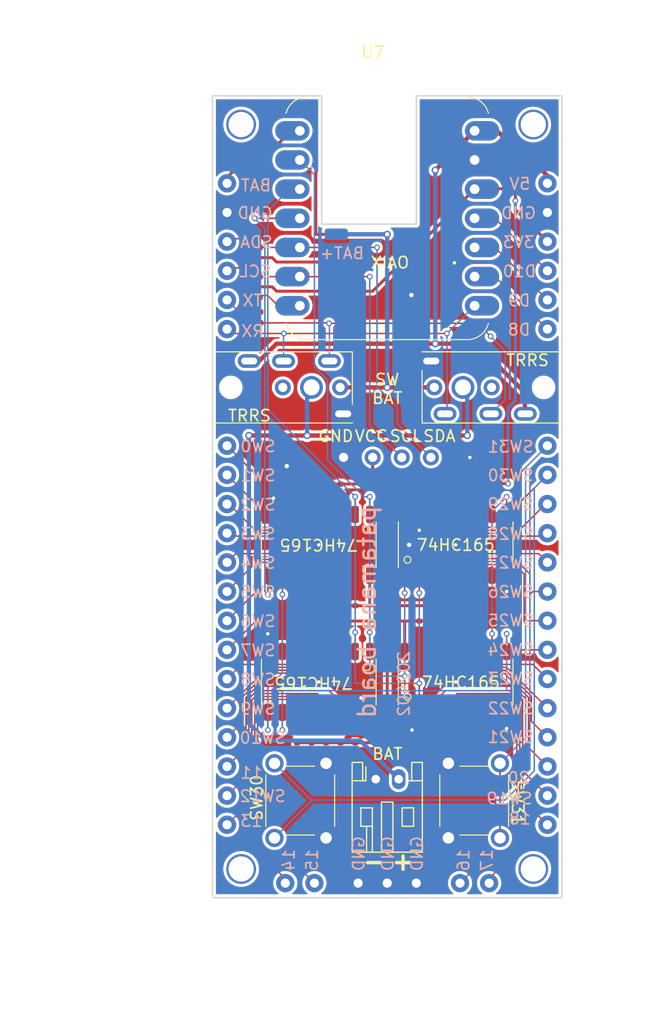
<source format=kicad_pcb>
(kicad_pcb (version 20221018) (generator pcbnew)
  (layers (0 "F.Cu" signal) (31 "B.Cu" signal) (34 "B.Paste" user) (35 "F.Paste" user) (36 "B.SilkS" user "B.Silkscreen") (37 "F.SilkS" user "F.Silkscreen") (38 "B.Mask" user) (39 "F.Mask" user) (44 "Edge.Cuts" user))
  (net 0 "")
  (net 1 "5V")
  (net 2 "GND")
  (net 3 "Vcc")
  (net 4 "BAT++")
  (net 5 "BAT+")
  (net 6 "Net-(U1-D0{slash}A0)")
  (net 7 "SI")
  (net 8 "SW0")
  (net 9 "SW1")
  (net 10 "SW2")
  (net 11 "SW3")
  (net 12 "SW4")
  (net 13 "SW5")
  (net 14 "SW6")
  (net 15 "SW7")
  (net 16 "SW8")
  (net 17 "SW9")
  (net 18 "SW10")
  (net 19 "SW11")
  (net 20 "SW12")
  (net 21 "SW13")
  (net 22 "SW14")
  (net 23 "SW15")
  (net 24 "SW16")
  (net 25 "SW17")
  (net 26 "SW18")
  (net 27 "SW19")
  (net 28 "SW20")
  (net 29 "SW21")
  (net 30 "SW22")
  (net 31 "SW23")
  (net 32 "SW24")
  (net 33 "SW25")
  (net 34 "SW26")
  (net 35 "SW27")
  (net 36 "SW28")
  (net 37 "SW29")
  (net 38 "SW30")
  (net 39 "SW31")
  (net 40 "SCL")
  (net 41 "SDA")
  (net 42 "TX")
  (net 43 "RX")
  (net 44 "S{slash}~L")
  (net 45 "CK")
  (net 46 "QH")
  (net 48 "Net-(U2-QH)")
  (net 50 "Net-(U4-QH)")
  (net 52 "Net-(U5-QH)")
  (net 56 "TX_after_protection_resistance")
  (net 57 "MOSI")
  (net 58 "MISO")
  (net 59 "SCK")
  (footprint "carbon_hero:0402" (layer "F.Cu") (at 20.574 34.29 -90)
    (fp_text reference "R32" hide)
    (fp_text value "33k")
  )
  (footprint "carbon_hero:0402" (layer "F.Cu") (at 9.906 43.942 90)
    (fp_text reference "R8" hide)
    (fp_text value "33k")
  )
  (footprint "carbon_hero:0402" (layer "F.Cu") (at 9.906 34.29 -90)
    (fp_text reference "R5" hide)
    (fp_text value "33k")
  )
  (footprint "carbon_hero:0402" (layer "F.Cu") (at 19.304 55.88 90)
    (fp_text reference "R22" hide)
    (fp_text value "33k")
  )
  (footprint "carbon_hero:0402" (layer "F.Cu") (at 20.574 55.88 90)
    (fp_text reference "R21" hide)
    (fp_text value "33k")
  )
  (footprint "carbon_hero:0402" (layer "F.Cu") (at 11.176 43.942 90)
    (fp_text reference "R7" hide)
    (fp_text value "33k")
  )
  (footprint "carbon_hero:0402" (layer "F.Cu") (at 23.114 43.942 90)
    (fp_text reference "R27" hide)
    (fp_text value "33k")
  )
  (footprint "carbon_hero:0402" (layer "F.Cu") (at 7.366 43.942 90)
    (fp_text reference "R10" hide)
    (fp_text value "33k")
  )
  (footprint "carbon_hero:0402" (layer "F.Cu") (at 3.683 13.208)
    (fp_text reference "R37" hide)
    (fp_text value "10k")
  )
  (footprint "carbon_hero:XIAO_ESP32S3" (layer "F.Cu") (at 15.24 10.668)
    (fp_text reference "U1" hide)
    (fp_text value "XIAO_ESP32S3")
  )
  (footprint "carbon_hero:OLED_128x64_I2C" (layer "F.Cu") (at 15.24 31.496)
    (fp_text reference "U3" hide)
    (fp_text value "OLED(I2C)")
  )
  (footprint "carbon_hero:0402" (layer "F.Cu") (at 23.114 55.88 90)
    (fp_text reference "R19" hide)
    (fp_text value "33k")
  )
  (footprint "carbon_hero:MJ-4PP-9" (layer "F.Cu") (at 30.48 25.4 180)
    (fp_text reference "J2" hide)
    (fp_text value "TRRSJack")
  )
  (footprint "carbon_hero:SOT109-1_SO16" (layer "F.Cu") (at 21.209 51.054)
    (fp_text reference "U4" hide)
    (fp_text value "74HC165" hide)
  )
  (footprint "carbon_hero:Tactile_Switch_TVDP01" (layer "F.Cu") (at 5.406 64.643 90)
    (fp_text reference "SW1" hide)
    (fp_text value "SW_Push")
  )
  (footprint "carbon_hero:0402" (layer "F.Cu") (at 12.446 43.942 90)
    (fp_text reference "C3" hide)
    (fp_text value "0.1u")
  )
  (footprint "carbon_hero:0402" (layer "F.Cu") (at 8.636 43.942 90)
    (fp_text reference "R9" hide)
    (fp_text value "33k")
  )
  (footprint "Connector_JST:JST_PH_S2B-PH-K_1x02_P2.00mm_Horizontal" (layer "F.Cu") (at 14.24 59.526)
    (fp_text reference "J3" hide)
    (fp_text value "Conn_01x02")
  )
  (footprint "carbon_hero:0402" (layer "F.Cu") (at 20.574 46.228 -90)
    (fp_text reference "R24" hide)
    (fp_text value "33k")
  )
  (footprint "carbon_hero:0402" (layer "F.Cu") (at 21.844 43.942 90)
    (fp_text reference "R28" hide)
    (fp_text value "33k")
  )
  (footprint "carbon_hero:0402" (layer "F.Cu") (at 20.574 43.942 90)
    (fp_text reference "R29" hide)
    (fp_text value "33k")
  )
  (footprint "carbon_hero:0402" (layer "F.Cu") (at 24.384 34.29 -90)
    (fp_text reference "R2" hide)
    (fp_text value "33k")
  )
  (footprint "carbon_hero:0402" (layer "F.Cu") (at 11.176 55.88 90)
    (fp_text reference "R15" hide)
    (fp_text value "33k")
  )
  (footprint "carbon_hero:0402" (layer "F.Cu") (at 3.683 15.748)
    (fp_text reference "R36" hide)
    (fp_text value "10k")
  )
  (footprint "carbon_hero:0402" (layer "F.Cu") (at 3.683 7.747 -90)
    (fp_text reference "R35" hide)
    (fp_text value "200k")
  )
  (footprint "carbon_hero:0402" (layer "F.Cu") (at 19.304 43.942 90)
    (fp_text reference "R30" hide)
    (fp_text value "33k")
  )
  (footprint "carbon_hero:0402" (layer "F.Cu") (at 7.366 34.29 -90)
    (fp_text reference "R3" hide)
    (fp_text value "33k")
  )
  (footprint "carbon_hero:0402" (layer "F.Cu") (at 26.416 7.62 90)
    (fp_text reference "C2" hide)
    (fp_text value "10u")
  )
  (footprint "carbon_hero:0402" (layer "F.Cu") (at 23.114 34.29 -90)
    (fp_text reference "R34" hide)
    (fp_text value "33k")
  )
  (footprint "carbon_hero:0402" (layer "F.Cu") (at 4.191 19.304 90)
    (fp_text reference "R39" hide)
    (fp_text value "100")
  )
  (footprint "carbon_hero:0402" (layer "F.Cu") (at 8.636 34.29 -90)
    (fp_text reference "R4" hide)
    (fp_text value "33k")
  )
  (footprint "carbon_hero:0402" (layer "F.Cu") (at 18.034 34.29 -90)
    (fp_text reference "C6" hide)
    (fp_text value "0.1u")
  )
  (footprint "carbon_hero:0402" (layer "F.Cu") (at 3.683 5.461 -90)
    (fp_text reference "R1" hide)
    (fp_text value "200k")
  )
  (footprint "carbon_hero:SOT109-1_SO16" (layer "F.Cu") (at 9.271 51.054 180)
    (fp_text reference "U5" hide)
    (fp_text value "74HC165" hide)
  )
  (footprint "carbon_hero:0402" (layer "F.Cu") (at 12.446 55.88 90)
    (fp_text reference "C4" hide)
    (fp_text value "0.1u")
  )
  (footprint "carbon_hero:patamana_0_4_out" (layer "F.Cu") (at 0 0)
    (fp_text reference "U7")
    (fp_text value "~")
    (fp_line (start 0 0) (end 0 69.85) (stroke (width 0.12)) (layer "Edge.Cuts"))
    (fp_line (start 0 0) (end 9.525 0) (stroke (width 0.12)) (layer "Edge.Cuts"))
    (fp_line (start 0 69.85) (end 30.48 69.85) (stroke (width 0.12)) (layer "Edge.Cuts"))
    (fp_line (start 9.525 0) (end 9.525 11.176) (stroke (width 0.12)) (layer "Edge.Cuts"))
    (fp_line (start 9.525 11.176) (end 17.78 11.176) (stroke (width 0.12)) (layer "Edge.Cuts"))
    (fp_line (start 17.78 0) (end 30.48 0) (stroke (width 0.12)) (layer "Edge.Cuts"))
    (fp_line (start 17.78 11.176) (end 17.78 0) (stroke (width 0.12)) (layer "Edge.Cuts"))
    (fp_line (start 30.48 69.85) (end 30.48 0) (stroke (width 0.12)) (layer "Edge.Cuts"))
  )
  (footprint "carbon_hero:0402" (layer "F.Cu") (at 7.366 46.228 -90)
    (fp_text reference "R11" hide)
    (fp_text value "33k")
  )
  (footprint "carbon_hero:0402" (layer "F.Cu") (at 8.636 55.88 90)
    (fp_text reference "R17" hide)
    (fp_text value "33k")
  )
  (footprint "carbon_hero:SS-12D00-G5" (layer "F.Cu") (at 21.844 25.4)
    (fp_text reference "SW3" hide)
    (fp_text value "SW_DPDT_x2")
  )
  (footprint "carbon_hero:0402" (layer "F.Cu") (at 3.683 17.526 180)
    (fp_text reference "R38" hide)
    (fp_text value "10k")
  )
  (footprint "carbon_hero:MJ-4PP-9" (layer "F.Cu") (at 0 25.4)
    (fp_text reference "J1" hide)
    (fp_text value "TRRSJack")
  )
  (footprint "carbon_hero:0402" (layer "F.Cu") (at 7.366 55.88 90)
    (fp_text reference "R18" hide)
    (fp_text value "33k")
  )
  (footprint "carbon_hero:0402" (layer "F.Cu") (at 21.844 34.29 -90)
    (fp_text reference "R33" hide)
    (fp_text value "33k")
  )
  (footprint "carbon_hero:SOT109-1_SO16" (layer "F.Cu") (at 9.271 39.116 180)
    (fp_text reference "U6" hide)
    (fp_text value "74HC165" hide)
  )
  (footprint "carbon_hero:0402" (layer "F.Cu") (at 26.416 5.113 -90)
    (fp_text reference "C1" hide)
    (fp_text value "10u")
  )
  (footprint "carbon_hero:0402" (layer "F.Cu") (at 19.304 34.29 -90)
    (fp_text reference "R31" hide)
    (fp_text value "33k")
  )
  (footprint "carbon_hero:0402" (layer "F.Cu") (at 21.844 55.88 90)
    (fp_text reference "R20" hide)
    (fp_text value "33k")
  )
  (footprint "carbon_hero:SOT109-1_SO16" (layer "F.Cu") (at 21.209 39.116)
    (fp_text reference "U2" hide)
    (fp_text value "74HC165" hide)
  )
  (footprint "carbon_hero:0402" (layer "F.Cu") (at 9.906 46.228 -90)
    (fp_text reference "R13" hide)
    (fp_text value "33k")
  )
  (footprint "carbon_hero:0402" (layer "F.Cu") (at 23.114 46.228 -90)
    (fp_text reference "R26" hide)
    (fp_text value "33k")
  )
  (footprint "carbon_hero:0402" (layer "F.Cu") (at 11.176 46.228 -90)
    (fp_text reference "R14" hide)
    (fp_text value "33k")
  )
  (footprint "carbon_hero:Tactile_Switch_TVDP01" (layer "F.Cu") (at 25.074 58.143 -90)
    (fp_text reference "SW2" hide)
    (fp_text value "SW_Push")
  )
  (footprint "carbon_hero:0402" (layer "F.Cu") (at 18.034 46.228 -90)
    (fp_text reference "C5" hide)
    (fp_text value "0.1u")
  )
  (footprint "carbon_hero:0402" (layer "F.Cu") (at 21.844 46.228 -90)
    (fp_text reference "R25" hide)
    (fp_text value "33k")
  )
  (footprint "carbon_hero:0402" (layer "F.Cu") (at 19.304 46.228 -90)
    (fp_text reference "R23" hide)
    (fp_text value "33k")
  )
  (footprint "carbon_hero:0402" (layer "F.Cu") (at 8.636 46.228 -90)
    (fp_text reference "R12" hide)
    (fp_text value "33k")
  )
  (footprint "carbon_hero:SS-12D00-G5" (layer "F.Cu") (at 8.636 25.4 180)
    (fp_text reference "SW4" hide)
    (fp_text value "SW_DPDT_x2")
  )
  (footprint "carbon_hero:0402" (layer "F.Cu") (at 11.176 34.29 -90)
    (fp_text reference "R6" hide)
    (fp_text value "33k")
  )
  (footprint "carbon_hero:0402" (layer "F.Cu") (at 9.906 55.88 90)
    (fp_text reference "R16" hide)
    (fp_text value "33k")
  )
  (gr_line (start 18.28 28.5) (end 30.18 28.5) (stroke (width 0.1)) (layer "F.SilkS"))
  (gr_line (start 0.3 22.3) (end 12.2 22.3) (stroke (width 0.1)) (layer "F.SilkS"))
  (gr_line (start 30.18 22.3) (end 18.28 22.3) (stroke (width 0.11)) (layer "F.SilkS"))
  (gr_line (start 12.22 28.5) (end 0.3 28.5) (stroke (width 0.1)) (layer "F.SilkS"))
  (gr_line (start 12.2 22.3) (end 12.2 26.88) (stroke (width 0.1)) (layer "F.SilkS"))
  (gr_line (start 18.28 23.92) (end 18.28 28.5) (stroke (width 0.1)) (layer "F.SilkS"))
  (gr_text "SW30" (at 28.1 33.65) (layer "B.SilkS") (effects (font (size 1 1)) (justify left bottom mirror)))
  (gr_text "SW23" (at 28.1 51.35) (layer "B.SilkS") (effects (font (size 1 1)) (justify left bottom mirror)))
  (gr_text "RX" (at 4.572 21.082) (layer "B.SilkS") (effects (font (size 1 1)) (justify left bottom mirror)))
  (gr_text "SW26" (at 28.1 43.8) (layer "B.SilkS") (effects (font (size 1 1)) (justify left bottom mirror)))
  (gr_text "D8" (at 27.813 20.955) (layer "B.SilkS") (effects (font (size 1 1)) (justify left bottom mirror)))
  (gr_text "SW5" (at 5.588 43.815) (layer "B.SilkS") (effects (font (size 1 1)) (justify left bottom mirror)))
  (gr_text "D9" (at 27.813 18.415) (layer "B.SilkS") (effects (font (size 1 1)) (justify left bottom mirror)))
  (gr_text "11" (at 4.445 59.563) (layer "B.SilkS") (effects (font (size 1 1)) (justify left bottom mirror)))
  (gr_text "SDA" (at 5.334 13.335) (layer "B.SilkS") (effects (font (size 1 1)) (justify left bottom mirror)))
  (gr_text "SW4" (at 5.588 41.275) (layer "B.SilkS") (effects (font (size 1 1)) (justify left bottom mirror)))
  (gr_text "GND" (at 28.321 10.795) (layer "B.SilkS") (effects (font (size 1 1)) (justify left bottom mirror)))
  (gr_text "SW31" (at 28.1 31.15) (layer "B.SilkS") (effects (font (size 1 1)) (justify left bottom mirror)))
  (gr_text "SW22" (at 28.1 53.95) (layer "B.SilkS") (effects (font (size 1 1)) (justify left bottom mirror)))
  (gr_text "TX" (at 4.445 18.415) (layer "B.SilkS") (effects (font (size 1 1)) (justify left bottom mirror)))
  (gr_text "14" (at 7.239 65.532 90) (layer "B.SilkS") (effects (font (size 1 1)) (justify left bottom mirror)))
  (gr_text "SW12" (at 6.477 61.595) (layer "B.SilkS") (effects (font (size 1 1)) (justify left bottom mirror)))
  (gr_text "17" (at 24.511 65.532 90) (layer "B.SilkS") (effects (font (size 1 1)) (justify left bottom mirror)))
  (gr_text "SW25" (at 28.1 46.3) (layer "B.SilkS") (effects (font (size 1 1)) (justify left bottom mirror)))
  (gr_text "GND" (at 5.334 10.795) (layer "B.SilkS") (effects (font (size 1 1)) (justify left bottom mirror)))
  (gr_text "SW10" (at 6.477 56.515) (layer "B.SilkS") (effects (font (size 1 1)) (justify left bottom mirror)))
  (gr_text "13" (at 4.445 63.754) (layer "B.SilkS") (effects (font (size 1 1)) (justify left bottom mirror)))
  (gr_text "15" (at 9.271 65.532 90) (layer "B.SilkS") (effects (font (size 1 1)) (justify left bottom mirror)))
  (gr_text "SW3" (at 5.588 38.735) (layer "B.SilkS") (effects (font (size 1 1)) (justify left bottom mirror)))
  (gr_text "GND" (at 13.335 64.389 90) (layer "B.SilkS") (effects (font (size 1 1)) (justify left bottom mirror)))
  (gr_text "BAT+" (at 13.32 14.3) (layer "B.SilkS") (effects (font (size 1 1)) (justify left bottom mirror)))
  (gr_text "SW2" (at 5.588 36.195) (layer "B.SilkS") (effects (font (size 1 1)) (justify left bottom mirror)))
  (gr_text "SW27" (at 28.1 41.25) (layer "B.SilkS") (effects (font (size 1 1)) (justify left bottom mirror)))
  (gr_text "3V3" (at 28.194 13.335) (layer "B.SilkS") (effects (font (size 1 1)) (justify left bottom mirror)))
  (gr_text "SW21" (at 28.1 56.45) (layer "B.SilkS") (effects (font (size 1 1)) (justify left bottom mirror)))
  (gr_text "BAT" (at 5.207 8.382) (layer "B.SilkS") (effects (font (size 1 1)) (justify left bottom mirror)))
  (gr_text "SW0" (at 5.588 31.115) (layer "B.SilkS") (effects (font (size 1 1)) (justify left bottom mirror)))
  (gr_text "SW24" (at 28.1 48.85) (layer "B.SilkS") (effects (font (size 1 1)) (justify left bottom mirror)))
  (gr_text "SW8" (at 5.588 51.435) (layer "B.SilkS") (effects (font (size 1 1)) (justify left bottom mirror)))
  (gr_text "patamana board" (at 14.351 35.56 90) (layer "B.SilkS") (effects (font (size 1.5 1.5) (thickness 0.225)) (justify left bottom mirror)))
  (gr_text "202402" (at 17.272 48.26 90) (layer "B.SilkS") (effects (font (size 1 1)) (justify left bottom mirror)))
  (gr_text "16" (at 22.479 65.532 90) (layer "B.SilkS") (effects (font (size 1 1)) (justify left bottom mirror)))
  (gr_text "SW19" (at 28 61.8) (layer "B.SilkS") (effects (font (size 1 1)) (justify left bottom mirror)))
  (gr_text "SW7" (at 5.588 48.895) (layer "B.SilkS") (effects (font (size 1 1)) (justify left bottom mirror)))
  (gr_text "SW28" (at 28.1 38.75) (layer "B.SilkS") (effects (font (size 1 1)) (justify left bottom mirror)))
  (gr_text "18" (at 27.85 63.55) (layer "B.SilkS") (effects (font (size 1 1)) (justify left bottom mirror)))
  (gr_text "20" (at 27.75 60) (layer "B.SilkS") (effects (font (size 1 1)) (justify left bottom mirror)))
  (gr_text "GND" (at 15.875 64.389 90) (layer "B.SilkS") (effects (font (size 1 1)) (justify left bottom mirror)))
  (gr_text "SCL" (at 5.207 15.875) (layer "B.SilkS") (effects (font (size 1 1)) (justify left bottom mirror)))
  (gr_text "D10" (at 28.321 15.875) (layer "B.SilkS") (effects (font (size 1 1)) (justify left bottom mirror)))
  (gr_text "GND" (at 18.415 64.389 90) (layer "B.SilkS") (effects (font (size 1 1)) (justify left bottom mirror)))
  (gr_text "SW6" (at 5.588 46.355) (layer "B.SilkS") (effects (font (size 1 1)) (justify left bottom mirror)))
  (gr_text "SW1" (at 5.588 33.655) (layer "B.SilkS") (effects (font (size 1 1)) (justify left bottom mirror)))
  (gr_text "SW29" (at 28.1 36.15) (layer "B.SilkS") (effects (font (size 1 1)) (justify left bottom mirror)))
  (gr_text "5V" (at 27.813 8.255) (layer "B.SilkS") (effects (font (size 1 1)) (justify left bottom mirror)))
  (gr_text "SW9" (at 5.588 53.975) (layer "B.SilkS") (effects (font (size 1 1)) (justify left bottom mirror)))
  (gr_text "SCL" (at 15.367 30.226) (layer "F.SilkS") (effects (font (size 1 1)) (justify left bottom)))
  (gr_text "XIAO" (at 13.716 15.113) (layer "F.SilkS") (effects (font (size 1 1)) (justify left bottom)))
  (gr_text "SDA" (at 18.288 30.226) (layer "F.SilkS") (effects (font (size 1 1)) (justify left bottom)))
  (gr_text "TRRS" (at 1.27 28.448) (layer "F.SilkS") (effects (font (size 1 1)) (justify left bottom)))
  (gr_text "SW30" (at 4.445 63.246 90) (layer "F.SilkS") (effects (font (size 1 1)) (justify left bottom)))
  (gr_text "TRRS" (at 25.527 23.622) (layer "F.SilkS") (effects (font (size 1 1)) (justify left bottom)))
  (gr_text "SW31" (at 26.035 59.436 -90) (layer "F.SilkS") (effects (font (size 1 1)) (justify left bottom)))
  (gr_text "BAT" (at 13.843 57.912) (layer "F.SilkS") (effects (font (size 1 1)) (justify left bottom)))
  (gr_text "SW\nBAT" (at 15.24 25.527) (layer "F.SilkS") (effects (font (size 1 1))))
  (gr_text "-" (at 12.954 67.564) (layer "F.SilkS") (effects (font (size 1.5 1.5) (thickness 0.3) bold) (justify left bottom)))
  (gr_text "GND" (at 9.144 30.226) (layer "F.SilkS") (effects (font (size 1 1)) (justify left bottom)))
  (gr_text "+" (at 15.494 67.564) (layer "F.SilkS") (effects (font (size 1.5 1.5) (thickness 0.3) bold) (justify left bottom)))
  (gr_text "VCC" (at 12.319 30.226) (layer "F.SilkS") (effects (font (size 1 1)) (justify left bottom)))
  (segment (start 27.244 25.847) (end 27.244 27.7) (width 0.381) (layer "F.Cu") (net 1))
  (segment (start 22.987 21.59) (end 27.244 25.847) (width 0.381) (layer "F.Cu") (net 1))
  (segment (start 26.416 4.638) (end 26.888 4.638) (width 0.381) (layer "F.Cu") (net 1))
  (segment (start 5.588 21.59) (end 4.078 23.1) (width 0.381) (layer "F.Cu") (net 1))
  (segment (start 4.078 23.1) (end 3.236 23.1) (width 0.381) (layer "F.Cu") (net 1))
  (segment (start 19.431 21.59) (end 5.588 21.59) (width 0.381) (layer "F.Cu") (net 1))
  (segment (start 24.826 3.048) (end 22.86 3.048) (width 0.381) (layer "F.Cu") (net 1))
  (segment (start 19.431 6.477) (end 22.86 3.048) (width 0.381) (layer "F.Cu") (net 1))
  (segment (start 19.431 21.59) (end 22.987 21.59) (width 0.381) (layer "F.Cu") (net 1))
  (segment (start 26.416 4.638) (end 24.826 3.048) (width 0.381) (layer "F.Cu") (net 1))
  (segment (start 29.21 6.96) (end 29.21 7.62) (width 0.381) (layer "F.Cu") (net 1))
  (segment (start 26.888 4.638) (end 29.21 6.96) (width 0.381) (layer "F.Cu") (net 1))
  (via (at 19.431 21.59) (size 0.635) (drill 0.381) (layers "F.Cu" "B.Cu") (net 1))
  (via (at 19.431 6.477) (size 0.635) (drill 0.381) (layers "F.Cu" "B.Cu") (net 1))
  (segment (start 19.431 6.477) (end 19.431 21.59) (width 0.381) (layer "B.Cu") (net 1))
  (segment (start 26.416 5.588) (end 22.86 5.588) (width 0.381) (layer "F.Cu") (net 2))
  (segment (start 12.446 43.467) (end 12.446 41.766) (width 0.254) (layer "F.Cu") (net 2))
  (segment (start 18.034 46.703) (end 18.034 48.404) (width 0.254) (layer "F.Cu") (net 2))
  (segment (start 18.034 34.765) (end 18.034 36.466) (width 0.254) (layer "F.Cu") (net 2))
  (segment (start 12.446 55.405) (end 12.446 53.704) (width 0.254) (layer "F.Cu") (net 2))
  (via (at 17.145 39.116) (size 0.635) (drill 0.381) (layers "F.Cu" "B.Cu") (net 2))
  (via (at 9.271 39.116) (size 0.5) (drill 0.3) (layers "F.Cu" "B.Cu") (net 2))
  (via (at 25.654 43.18) (size 0.5) (drill 0.3) (layers "F.Cu" "B.Cu") (net 2))
  (via (at 12.954 52.451) (size 0.5) (drill 0.3) (layers "F.Cu" "B.Cu") (net 2))
  (via (at 25.654 55.118) (size 0.5) (drill 0.3) (layers "F.Cu" "B.Cu") (net 2))
  (via (at 9.271 51.054) (size 0.5) (drill 0.3) (layers "F.Cu" "B.Cu") (net 2))
  (via (at 17.35 17.35) (size 0.635) (drill 0.381) (layers "F.Cu" "B.Cu") (net 2))
  (via (at 4.826 46.863) (size 0.5) (drill 0.3) (layers "F.Cu" "B.Cu") (net 2))
  (via (at 6.477 32.258) (size 0.635) (drill 0.381) (layers "F.Cu" "B.Cu") (net 2))
  (via (at 18.034 37.846) (size 0.5) (drill 0.3) (layers "F.Cu" "B.Cu") (net 2))
  (via (at 22.45 31.5) (size 0.5) (drill 0.3) (layers "F.Cu" "B.Cu") (net 2))
  (via (at 21.209 51.054) (size 0.5) (drill 0.3) (layers "F.Cu" "B.Cu") (net 2))
  (via (at 5.334 35.052) (size 0.5) (drill 0.3) (layers "F.Cu" "B.Cu") (net 2))
  (via (at 21.1 14.55) (size 0.5) (drill 0.3) (layers "F.Cu" "B.Cu") (net 2))
  (via (at 17.399 55.245) (size 0.5) (drill 0.3) (layers "F.Cu" "B.Cu") (net 2))
  (via (at 21.209 39.116) (size 0.5) (drill 0.3) (layers "F.Cu" "B.Cu") (net 2))
  (segment (start 13.716 44.417) (end 13.716 41.766) (width 0.254) (layer "F.Cu") (net 3))
  (segment (start 8.636 44.417) (end 8.636 45.753) (width 0.254) (layer "F.Cu") (net 3))
  (segment (start 5.207 14.097) (end 3.302 14.097) (width 0.254) (layer "F.Cu") (net 3))
  (segment (start 19.304 44.417) (end 19.304 45.753) (width 0.254) (layer "F.Cu") (net 3))
  (segment (start 21.844 44.417) (end 21.844 45.753) (width 0.254) (layer "F.Cu") (net 3))
  (segment (start 25.781 33.782) (end 24.417 33.782) (width 0.254) (layer "F.Cu") (net 3))
  (segment (start 16.51 14.478) (end 5.588 14.478) (width 0.254) (layer "F.Cu") (net 3))
  (segment (start 13.97 31.496) (end 13.97 33.815) (width 0.254) (layer "F.Cu") (net 3))
  (segment (start 26.416 9.144) (end 26.416 9.906) (width 0.254) (layer "F.Cu") (net 3))
  (segment (start 22.893 8.095) (end 26.416 8.095) (width 0.254) (layer "F.Cu") (net 3))
  (segment (start 25.781 33.782) (end 25.748 33.815) (width 0.254) (layer "F.Cu") (net 3))
  (segment (start 23.114 56.355) (end 15.24 56.355) (width 0.254) (layer "F.Cu") (net 3))
  (segment (start 13.716 56.355) (end 7.366 56.355) (width 0.254) (layer "F.Cu") (net 3))
  (segment (start 15.24 56.355) (end 15.24 33.815) (width 0.254) (layer "F.Cu") (net 3))
  (segment (start 16.764 33.815) (end 16.764 36.466) (width 0.254) (layer "F.Cu") (net 3))
  (segment (start 9.906 45.72) (end 9.873 45.753) (width 0.254) (layer "F.Cu") (net 3))
  (segment (start 22.86 8.128) (end 16.51 14.478) (width 0.254) (layer "F.Cu") (net 3))
  (segment (start 5.207 16.637) (end 3.302 16.637) (width 0.254) (layer "F.Cu") (net 3))
  (segment (start 23.114 45.753) (end 16.764 45.753) (width 0.254) (layer "F.Cu") (net 3))
  (segment (start 23.114 44.417) (end 13.716 44.417) (width 0.254) (layer "F.Cu") (net 3))
  (segment (start 3.208 16.858) (end 3.208 15.748) (width 0.254) (layer "F.Cu") (net 3))
  (segment (start 22.86 8.128) (end 22.893 8.095) (width 0.254) (layer "F.Cu") (net 3))
  (segment (start 15.24 56.355) (end 13.716 56.355) (width 0.254) (layer "F.Cu") (net 3))
  (segment (start 13.97 17.018) (end 5.588 17.018) (width 0.254) (layer "F.Cu") (net 3))
  (segment (start 26.416 9.906) (end 29.21 12.7) (width 0.254) (layer "F.Cu") (net 3))
  (segment (start 16.51 14.478) (end 13.97 17.018) (width 0.254) (layer "F.Cu") (net 3))
  (segment (start 16.764 45.753) (end 7.366 45.753) (width 0.254) (layer "F.Cu") (net 3))
  (segment (start 16.764 45.753) (end 16.764 48.404) (width 0.254) (layer "F.Cu") (net 3))
  (segment (start 7.366 44.417) (end 7.366 45.753) (width 0.254) (layer "F.Cu") (net 3))
  (segment (start 3.302 14.097) (end 3.208 14.003) (width 0.254) (layer "F.Cu") (net 3))
  (segment (start 3.208 14.003) (end 3.208 13.208) (width 0.254) (layer "F.Cu") (net 3))
  (segment (start 5.588 17.018) (end 5.207 16.637) (width 0.254) (layer "F.Cu") (net 3))
  (segment (start 23.114 44.417) (end 23.114 45.753) (width 0.254) (layer "F.Cu") (net 3))
  (segment (start 26.416 8.095) (end 26.416 9.144) (width 0.254) (layer "F.Cu") (net 3))
  (segment (start 16.764 33.815) (end 7.366 33.815) (width 0.254) (layer "F.Cu") (net 3))
  (segment (start 13.716 56.355) (end 13.716 53.704) (width 0.254) (layer "F.Cu") (net 3))
  (segment (start 3.208 16.858) (end 3.208 17.399) (width 0.254) (layer "F.Cu") (net 3))
  (segment (start 24.417 33.782) (end 24.384 33.815) (width 0.254) (layer "F.Cu") (net 3))
  (segment (start 11.176 44.417) (end 11.176 45.753) (width 0.254) (layer "F.Cu") (net 3))
  (segment (start 5.588 14.478) (end 5.207 14.097) (width 0.254) (layer "F.Cu") (net 3))
  (segment (start 20.574 44.417) (end 20.574 45.753) (width 0.254) (layer "F.Cu") (net 3))
  (segment (start 13.716 44.417) (end 7.366 44.417) (width 0.254) (layer "F.Cu") (net 3))
  (segment (start 24.384 33.815) (end 16.764 33.815) (width 0.254) (layer "F.Cu") (net 3))
  (segment (start 9.906 44.417) (end 9.906 45.72) (width 0.254) (layer "F.Cu") (net 3))
  (via (at 26.416 9.144) (size 0.5) (drill 0.3) (layers "F.Cu" "B.Cu") (net 3))
  (via (at 25.781 33.782) (size 0.5) (drill 0.3) (layers "F.Cu" "B.Cu") (net 3))
  (segment (start 25.781 33.782) (end 25.781 27.178) (width 0.254) (layer "B.Cu") (net 3))
  (segment (start 25.781 27.178) (end 26.416 26.543) (width 0.254) (layer "B.Cu") (net 3))
  (segment (start 26.416 26.543) (end 26.416 9.144) (width 0.254) (layer "B.Cu") (net 3))
  (segment (start 15.24 29.591) (end 22.225 29.591) (width 0.381) (layer "F.Cu") (net 4))
  (segment (start 15.24 29.591) (end 8.255 29.591) (width 0.381) (layer "F.Cu") (net 4))
  (segment (start 8.255 25.781) (end 8.636 25.4) (width 0.381) (layer "F.Cu") (net 4))
  (segment (start 22.225 25.781) (end 21.844 25.4) (width 0.381) (layer "F.Cu") (net 4))
  (segment (start 3.175 29.591) (end 8.255 29.591) (width 0.381) (layer "F.Cu") (net 4))
  (via (at 22.225 29.591) (size 0.635) (drill 0.381) (layers "F.Cu" "B.Cu") (net 4))
  (via (at 3.175 29.591) (size 0.635) (drill 0.381) (layers "F.Cu" "B.Cu") (net 4))
  (via (at 8.255 29.591) (size 0.635) (drill 0.381) (layers "F.Cu" "B.Cu") (net 4))
  (segment (start 8.255 29.591) (end 8.255 25.781) (width 0.381) (layer "B.Cu") (net 4))
  (segment (start 4.675269 56.1695) (end 12.8835 56.1695) (width 0.381) (layer "B.Cu") (net 4))
  (segment (start 3.175 29.591) (end 3.175 54.669231) (width 0.381) (layer "B.Cu") (net 4))
  (segment (start 22.225 29.591) (end 22.225 25.781) (width 0.381) (layer "B.Cu") (net 4))
  (segment (start 3.175 54.669231) (end 4.675269 56.1695) (width 0.381) (layer "B.Cu") (net 4))
  (segment (start 12.8835 56.1695) (end 16.24 59.526) (width 0.381) (layer "B.Cu") (net 4))
  (segment (start 9.017 12.065) (end 9.017 1.397) (width 0.254) (layer "F.Cu") (net 5))
  (segment (start 5.842 1.397) (end 4.826 2.413) (width 0.254) (layer "F.Cu") (net 5))
  (segment (start 3.396 4.986) (end 1.27 7.112) (width 0.254) (layer "F.Cu") (net 5))
  (segment (start 3.683 4.986) (end 3.396 4.986) (width 0.254) (layer "F.Cu") (net 5))
  (segment (start 15.24 12.065) (end 9.017 12.065) (width 0.254) (layer "F.Cu") (net 5))
  (segment (start 9.017 1.397) (end 5.842 1.397) (width 0.254) (layer "F.Cu") (net 5))
  (segment (start 3.904 4.986) (end 3.683 4.986) (width 0.254) (layer "F.Cu") (net 5))
  (segment (start 4.826 2.413) (end 4.826 4.064) (width 0.254) (layer "F.Cu") (net 5))
  (segment (start 11.136 25.4) (end 15.24 25.4) (width 0.381) (layer "F.Cu") (net 5))
  (segment (start 1.27 7.112) (end 1.27 7.62) (width 0.254) (layer "F.Cu") (net 5))
  (segment (start 15.24 25.4) (end 19.344 25.4) (width 0.381) (layer "F.Cu") (net 5))
  (segment (start 4.826 4.064) (end 3.904 4.986) (width 0.254) (layer "F.Cu") (net 5))
  (via (at 15.24 25.4) (size 0.635) (drill 0.381) (layers "F.Cu" "B.Cu") (net 5))
  (via (at 15.24 12.065) (size 0.635) (drill 0.381) (layers "F.Cu" "B.Cu") (net 5))
  (segment (start 15.24 12.065) (end 10.795 12.065) (width 0.381) (layer "B.Cu") (net 5))
  (segment (start 15.24 25.4) (end 15.24 12.065) (width 0.381) (layer "B.Cu") (net 5))
  (segment (start 6.858 3.048) (end 7.62 3.048) (width 0.254) (layer "F.Cu") (net 6))
  (segment (start 3.683 5.936) (end 3.683 7.272) (width 0.254) (layer "F.Cu") (net 6))
  (segment (start 3.683 5.936) (end 3.97 5.936) (width 0.254) (layer "F.Cu") (net 6))
  (segment (start 3.97 5.936) (end 6.858 3.048) (width 0.254) (layer "F.Cu") (net 6))
  (segment (start 24.384 34.765) (end 24.384 36.466) (width 0.127) (layer "F.Cu") (net 7))
  (segment (start 7.112 37.592) (end 4.191 37.592) (width 0.127) (layer "F.Cu") (net 8))
  (segment (start 4.191 37.592) (end 3.937 37.338) (width 0.127) (layer "F.Cu") (net 8))
  (segment (start 3.937 37.338) (end 3.937 33.147) (width 0.127) (layer "F.Cu") (net 8))
  (segment (start 7.366 37.338) (end 7.112 37.592) (width 0.127) (layer "F.Cu") (net 8))
  (segment (start 7.366 34.765) (end 7.366 36.466) (width 0.127) (layer "F.Cu") (net 8))
  (segment (start 3.937 33.147) (end 1.27 30.48) (width 0.127) (layer "F.Cu") (net 8))
  (segment (start 7.366 36.466) (end 7.366 37.338) (width 0.127) (layer "F.Cu") (net 8))
  (segment (start 8.636 37.338) (end 8.128 37.846) (width 0.127) (layer "F.Cu") (net 9))
  (segment (start 4.08579 37.846) (end 3.683 37.44321) (width 0.127) (layer "F.Cu") (net 9))
  (segment (start 8.636 36.466) (end 8.636 37.338) (width 0.127) (layer "F.Cu") (net 9))
  (segment (start 3.683 35.433) (end 1.27 33.02) (width 0.127) (layer "F.Cu") (net 9))
  (segment (start 8.128 37.846) (end 4.08579 37.846) (width 0.127) (layer "F.Cu") (net 9))
  (segment (start 8.636 34.765) (end 8.636 36.466) (width 0.127) (layer "F.Cu") (net 9))
  (segment (start 3.683 37.44321) (end 3.683 35.433) (width 0.127) (layer "F.Cu") (net 9))
  (segment (start 9.906 36.466) (end 9.906 37.338) (width 0.127) (layer "F.Cu") (net 10))
  (segment (start 9.144 38.1) (end 3.98058 38.1) (width 0.127) (layer "F.Cu") (net 10))
  (segment (start 9.906 37.338) (end 9.144 38.1) (width 0.127) (layer "F.Cu") (net 10))
  (segment (start 9.906 34.765) (end 9.906 36.466) (width 0.127) (layer "F.Cu") (net 10))
  (segment (start 1.44058 35.56) (end 1.27 35.56) (width 0.127) (layer "F.Cu") (net 10))
  (segment (start 3.98058 38.1) (end 1.44058 35.56) (width 0.127) (layer "F.Cu") (net 10))
  (segment (start 11.176 37.338) (end 10.16 38.354) (width 0.127) (layer "F.Cu") (net 11))
  (segment (start 10.16 38.354) (end 1.524 38.354) (width 0.127) (layer "F.Cu") (net 11))
  (segment (start 1.524 38.354) (end 1.27 38.1) (width 0.127) (layer "F.Cu") (net 11))
  (segment (start 11.176 34.765) (end 11.176 36.466) (width 0.127) (layer "F.Cu") (net 11))
  (segment (start 11.176 36.466) (end 11.176 37.338) (width 0.127) (layer "F.Cu") (net 11))
  (segment (start 11.176 39.878) (end 2.032 39.878) (width 0.127) (layer "F.Cu") (net 12))
  (segment (start 11.176 41.766) (end 11.176 39.878) (width 0.127) (layer "F.Cu") (net 12))
  (segment (start 11.176 43.467) (end 11.176 41.766) (width 0.127) (layer "F.Cu") (net 12))
  (segment (start 2.032 39.878) (end 1.27 40.64) (width 0.127) (layer "F.Cu") (net 12))
  (segment (start 9.906 40.132) (end 3.429 40.132) (width 0.127) (layer "F.Cu") (net 13))
  (segment (start 3.429 40.132) (end 3.429 41.021) (width 0.127) (layer "F.Cu") (net 13))
  (segment (start 9.906 43.467) (end 9.906 41.766) (width 0.127) (layer "F.Cu") (net 13))
  (segment (start 3.429 41.021) (end 1.27 43.18) (width 0.127) (layer "F.Cu") (net 13))
  (segment (start 9.906 41.766) (end 9.906 40.132) (width 0.127) (layer "F.Cu") (net 13))
  (segment (start 3.683 43.307) (end 1.27 45.72) (width 0.127) (layer "F.Cu") (net 14))
  (segment (start 3.683 40.386) (end 3.683 43.307) (width 0.127) (layer "F.Cu") (net 14))
  (segment (start 8.636 40.386) (end 3.683 40.386) (width 0.127) (layer "F.Cu") (net 14))
  (segment (start 8.636 43.467) (end 8.636 41.766) (width 0.127) (layer "F.Cu") (net 14))
  (segment (start 8.636 41.766) (end 8.636 40.386) (width 0.127) (layer "F.Cu") (net 14))
  (segment (start 7.366 41.766) (end 7.366 40.64) (width 0.127) (layer "F.Cu") (net 15))
  (segment (start 3.937 45.593) (end 1.27 48.26) (width 0.127) (layer "F.Cu") (net 15))
  (segment (start 3.937 40.64) (end 3.937 45.593) (width 0.127) (layer "F.Cu") (net 15))
  (segment (start 7.366 40.64) (end 3.937 40.64) (width 0.127) (layer "F.Cu") (net 15))
  (segment (start 7.366 43.467) (end 7.366 41.766) (width 0.127) (layer "F.Cu") (net 15))
  (segment (start 7.366 48.404) (end 7.366 49.276) (width 0.127) (layer "F.Cu") (net 16))
  (segment (start 7.112 49.53) (end 2.54 49.53) (width 0.127) (layer "F.Cu") (net 16))
  (segment (start 7.366 49.276) (end 7.112 49.53) (width 0.127) (layer "F.Cu") (net 16))
  (segment (start 7.366 48.404) (end 7.366 46.703) (width 0.127) (layer "F.Cu") (net 16))
  (segment (start 2.54 49.53) (end 1.27 50.8) (width 0.127) (layer "F.Cu") (net 16))
  (segment (start 8.128 49.784) (end 4.826 49.784) (width 0.127) (layer "F.Cu") (net 17))
  (segment (start 8.636 48.404) (end 8.636 49.276) (width 0.127) (layer "F.Cu") (net 17))
  (segment (start 8.636 48.404) (end 8.636 46.703) (width 0.127) (layer "F.Cu") (net 17))
  (segment (start 4.826 49.784) (end 1.27 53.34) (width 0.127) (layer "F.Cu") (net 17))
  (segment (start 8.636 49.276) (end 8.128 49.784) (width 0.127) (layer "F.Cu") (net 17))
  (segment (start 9.906 48.404) (end 9.906 46.703) (width 0.127) (layer "F.Cu") (net 18))
  (segment (start 9.906 49.276) (end 9.144 50.038) (width 0.127) (layer "F.Cu") (net 18))
  (segment (start 9.144 50.038) (end 4.93495 50.038) (width 0.127) (layer "F.Cu") (net 18))
  (segment (start 2.667 54.483) (end 1.27 55.88) (width 0.127) (layer "F.Cu") (net 18))
  (segment (start 9.906 48.404) (end 9.906 49.276) (width 0.127) (layer "F.Cu") (net 18))
  (segment (start 2.667 52.30595) (end 2.667 54.483) (width 0.127) (layer "F.Cu") (net 18))
  (segment (start 4.93495 50.038) (end 2.667 52.30595) (width 0.127) (layer "F.Cu") (net 18))
  (segment (start 11.176 48.404) (end 11.176 46.703) (width 0.127) (layer "F.Cu") (net 19))
  (segment (start 10.16 50.292) (end 5.04016 50.292) (width 0.127) (layer "F.Cu") (net 19))
  (segment (start 5.04016 50.292) (end 2.921 52.41116) (width 0.127) (layer "F.Cu") (net 19))
  (segment (start 2.921 52.41116) (end 2.921 56.769) (width 0.127) (layer "F.Cu") (net 19))
  (segment (start 11.176 49.276) (end 10.16 50.292) (width 0.127) (layer "F.Cu") (net 19))
  (segment (start 11.176 48.404) (end 11.176 49.276) (width 0.127) (layer "F.Cu") (net 19))
  (segment (start 2.921 56.769) (end 1.27 58.42) (width 0.127) (layer "F.Cu") (net 19))
  (segment (start 10.16 51.816) (end 3.87537 51.816) (width 0.127) (layer "F.Cu") (net 20))
  (segment (start 3.87537 51.816) (end 3.175 52.51637) (width 0.127) (layer "F.Cu") (net 20))
  (segment (start 11.176 53.704) (end 11.176 52.832) (width 0.127) (layer "F.Cu") (net 20))
  (segment (start 3.175 52.51637) (end 3.175 59.055) (width 0.127) (layer "F.Cu") (net 20))
  (segment (start 11.176 55.405) (end 11.176 53.704) (width 0.127) (layer "F.Cu") (net 20))
  (segment (start 3.175 59.055) (end 1.27 60.96) (width 0.127) (layer "F.Cu") (net 20))
  (segment (start 11.176 52.832) (end 10.16 51.816) (width 0.127) (layer "F.Cu") (net 20))
  (segment (start 3.429 61.341) (end 1.27 63.5) (width 0.127) (layer "F.Cu") (net 21))
  (segment (start 9.906 55.405) (end 9.906 53.704) (width 0.127) (layer "F.Cu") (net 21))
  (segment (start 3.98058 52.07) (end 3.429 52.62158) (width 0.127) (layer "F.Cu") (net 21))
  (segment (start 9.906 53.704) (end 9.906 52.832) (width 0.127) (layer "F.Cu") (net 21))
  (segment (start 3.429 52.62158) (end 3.429 61.341) (width 0.127) (layer "F.Cu") (net 21))
  (segment (start 9.144 52.07) (end 3.98058 52.07) (width 0.127) (layer "F.Cu") (net 21))
  (segment (start 9.906 52.832) (end 9.144 52.07) (width 0.127) (layer "F.Cu") (net 21))
  (segment (start 6.604 68.326) (end 6.35 68.58) (width 0.127) (layer "F.Cu") (net 22))
  (segment (start 3.683 52.72679) (end 3.683 65.532) (width 0.127) (layer "F.Cu") (net 22))
  (segment (start 8.636 53.704) (end 8.636 52.832) (width 0.127) (layer "F.Cu") (net 22))
  (segment (start 8.128 52.324) (end 4.08579 52.324) (width 0.127) (layer "F.Cu") (net 22))
  (segment (start 6.35 68.199) (end 6.35 68.58) (width 0.127) (layer "F.Cu") (net 22))
  (segment (start 8.636 55.405) (end 8.636 53.704) (width 0.127) (layer "F.Cu") (net 22))
  (segment (start 8.636 52.832) (end 8.128 52.324) (width 0.127) (layer "F.Cu") (net 22))
  (segment (start 4.08579 52.324) (end 3.683 52.72679) (width 0.127) (layer "F.Cu") (net 22))
  (segment (start 3.683 65.532) (end 6.35 68.199) (width 0.127) (layer "F.Cu") (net 22))
  (segment (start 6.477 66.167) (end 8.89 68.58) (width 0.127) (layer "F.Cu") (net 23))
  (segment (start 4.67721 66.167) (end 6.477 66.167) (width 0.127) (layer "F.Cu") (net 23))
  (segment (start 3.937 65.42679) (end 4.67721 66.167) (width 0.127) (layer "F.Cu") (net 23))
  (segment (start 7.366 53.704) (end 7.366 52.832) (width 0.127) (layer "F.Cu") (net 23))
  (segment (start 7.112 52.578) (end 4.191 52.578) (width 0.127) (layer "F.Cu") (net 23))
  (segment (start 7.366 55.405) (end 7.366 53.704) (width 0.127) (layer "F.Cu") (net 23))
  (segment (start 4.191 52.578) (end 3.937 52.832) (width 0.127) (layer "F.Cu") (net 23))
  (segment (start 3.937 52.832) (end 3.937 65.42679) (width 0.127) (layer "F.Cu") (net 23))
  (segment (start 7.366 52.832) (end 7.112 52.578) (width 0.127) (layer "F.Cu") (net 23))
  (segment (start 21.59 68.58) (end 24.003 66.167) (width 0.127) (layer "F.Cu") (net 24))
  (segment (start 25.781 66.167) (end 26.543 65.405) (width 0.127) (layer "F.Cu") (net 24))
  (segment (start 23.114 55.405) (end 23.114 53.704) (width 0.127) (layer "F.Cu") (net 24))
  (segment (start 26.289 52.578) (end 23.368 52.578) (width 0.127) (layer "F.Cu") (net 24))
  (segment (start 23.368 52.578) (end 23.114 52.832) (width 0.127) (layer "F.Cu") (net 24))
  (segment (start 26.543 65.405) (end 26.543 52.832) (width 0.127) (layer "F.Cu") (net 24))
  (segment (start 24.003 66.167) (end 25.781 66.167) (width 0.127) (layer "F.Cu") (net 24))
  (segment (start 23.114 52.832) (end 23.114 53.704) (width 0.127) (layer "F.Cu") (net 24))
  (segment (start 26.543 52.832) (end 26.289 52.578) (width 0.127) (layer "F.Cu") (net 24))
  (segment (start 22.352 52.324) (end 26.39421 52.324) (width 0.127) (layer "F.Cu") (net 25))
  (segment (start 26.39421 52.324) (end 26.797 52.72679) (width 0.127) (layer "F.Cu") (net 25))
  (segment (start 21.844 53.704) (end 21.844 52.832) (width 0.127) (layer "F.Cu") (net 25))
  (segment (start 26.797 65.51021) (end 24.13 68.17721) (width 0.127) (layer "F.Cu") (net 25))
  (segment (start 21.844 52.832) (end 22.352 52.324) (width 0.127) (layer "F.Cu") (net 25))
  (segment (start 24.13 68.17721) (end 24.13 68.58) (width 0.127) (layer "F.Cu") (net 25))
  (segment (start 26.797 52.72679) (end 26.797 65.51021) (width 0.127) (layer "F.Cu") (net 25))
  (segment (start 23.876 68.326) (end 24.13 68.58) (width 0.127) (layer "F.Cu") (net 25))
  (segment (start 21.844 55.405) (end 21.844 53.704) (width 0.127) (layer "F.Cu") (net 25))
  (segment (start 21.336 52.07) (end 26.50316 52.07) (width 0.127) (layer "F.Cu") (net 26))
  (segment (start 20.574 52.832) (end 21.336 52.07) (width 0.127) (layer "F.Cu") (net 26))
  (segment (start 26.50316 52.07) (end 27.051 52.61784) (width 0.127) (layer "F.Cu") (net 26))
  (segment (start 20.574 53.704) (end 20.574 52.832) (width 0.127) (layer "F.Cu") (net 26))
  (segment (start 27.051 52.61784) (end 27.051 61.341) (width 0.127) (layer "F.Cu") (net 26))
  (segment (start 20.574 55.405) (end 20.574 53.704) (width 0.127) (layer "F.Cu") (net 26))
  (segment (start 27.051 61.341) (end 29.21 63.5) (width 0.127) (layer "F.Cu") (net 26))
  (segment (start 19.304 55.405) (end 19.304 53.704) (width 0.127) (layer "F.Cu") (net 27))
  (segment (start 26.60837 51.816) (end 27.305 52.51263) (width 0.127) (layer "F.Cu") (net 27))
  (segment (start 27.305 52.51263) (end 27.305 59.055) (width 0.127) (layer "F.Cu") (net 27))
  (segment (start 27.305 59.055) (end 29.21 60.96) (width 0.127) (layer "F.Cu") (net 27))
  (segment (start 20.32 51.816) (end 26.60837 51.816) (width 0.127) (layer "F.Cu") (net 27))
  (segment (start 19.304 52.832) (end 20.32 51.816) (width 0.127) (layer "F.Cu") (net 27))
  (segment (start 19.304 53.704) (end 19.304 52.832) (width 0.127) (layer "F.Cu") (net 27))
  (segment (start 19.304 48.404) (end 19.304 49.276) (width 0.127) (layer "F.Cu") (net 28))
  (segment (start 25.44358 50.292) (end 27.559 52.40742) (width 0.127) (layer "F.Cu") (net 28))
  (segment (start 19.304 49.276) (end 20.32 50.292) (width 0.127) (layer "F.Cu") (net 28))
  (segment (start 19.304 48.404) (end 19.304 46.703) (width 0.127) (layer "F.Cu") (net 28))
  (segment (start 27.559 56.769) (end 29.21 58.42) (width 0.127) (layer "F.Cu") (net 28))
  (segment (start 27.559 52.40742) (end 27.559 56.769) (width 0.127) (layer "F.Cu") (net 28))
  (segment (start 20.32 50.292) (end 25.44358 50.292) (width 0.127) (layer "F.Cu") (net 28))
  (segment (start 20.574 48.404) (end 20.574 46.703) (width 0.127) (layer "F.Cu") (net 29))
  (segment (start 21.336 50.038) (end 25.54879 50.038) (width 0.127) (layer "F.Cu") (net 29))
  (segment (start 20.574 49.276) (end 21.336 50.038) (width 0.127) (layer "F.Cu") (net 29))
  (segment (start 27.813 54.483) (end 29.21 55.88) (width 0.127) (layer "F.Cu") (net 29))
  (segment (start 25.54879 50.038) (end 27.813 52.30221) (width 0.127) (layer "F.Cu") (net 29))
  (segment (start 27.813 52.30221) (end 27.813 54.483) (width 0.127) (layer "F.Cu") (net 29))
  (segment (start 20.574 48.404) (end 20.574 49.276) (width 0.127) (layer "F.Cu") (net 29))
  (segment (start 21.844 48.404) (end 21.844 46.703) (width 0.127) (layer "F.Cu") (net 30))
  (segment (start 25.654 49.784) (end 29.21 53.34) (width 0.127) (layer "F.Cu") (net 30))
  (segment (start 21.844 48.404) (end 21.844 49.276) (width 0.127) (layer "F.Cu") (net 30))
  (segment (start 22.352 49.784) (end 25.654 49.784) (width 0.127) (layer "F.Cu") (net 30))
  (segment (start 21.844 49.276) (end 22.352 49.784) (width 0.127) (layer "F.Cu") (net 30))
  (segment (start 23.368 49.53) (end 27.94 49.53) (width 0.127) (layer "F.Cu") (net 31))
  (segment (start 23.114 48.404) (end 23.114 46.703) (width 0.127) (layer "F.Cu") (net 31))
  (segment (start 27.94 49.53) (end 29.21 50.8) (width 0.127) (layer "F.Cu") (net 31))
  (segment (start 23.114 49.276) (end 23.368 49.53) (width 0.127) (layer "F.Cu") (net 31))
  (segment (start 23.114 48.404) (end 23.114 49.276) (width 0.127) (layer "F.Cu") (net 31))
  (segment (start 25.9665 40.8255) (end 26.797 41.656) (width 0.127) (layer "F.Cu") (net 32))
  (segment (start 23.114 43.467) (end 23.114 41.766) (width 0.127) (layer "F.Cu") (net 32))
  (segment (start 24.0545 40.8255) (end 25.9665 40.8255) (width 0.127) (layer "F.Cu") (net 32))
  (segment (start 23.114 41.766) (end 24.0545 40.8255) (width 0.127) (layer "F.Cu") (net 32))
  (segment (start 26.797 48.387) (end 26.924 48.26) (width 0.127) (layer "F.Cu") (net 32))
  (segment (start 26.797 41.656) (end 26.797 48.387) (width 0.127) (layer "F.Cu") (net 32))
  (segment (start 26.924 48.26) (end 29.21 48.26) (width 0.127) (layer "F.Cu") (net 32))
  (segment (start 27.178 41.656) (end 27.178 45.847) (width 0.127) (layer "F.Cu") (net 33))
  (segment (start 27.178 45.847) (end 27.305 45.72) (width 0.127) (layer "F.Cu") (net 33))
  (segment (start 26.0935 40.5715) (end 27.178 41.656) (width 0.127) (layer "F.Cu") (net 33))
  (segment (start 27.305 45.72) (end 29.21 45.72) (width 0.127) (layer "F.Cu") (net 33))
  (segment (start 21.844 43.467) (end 21.844 41.766) (width 0.127) (layer "F.Cu") (net 33))
  (segment (start 23.0385 40.5715) (end 26.0935 40.5715) (width 0.127) (layer "F.Cu") (net 33))
  (segment (start 21.844 41.766) (end 23.0385 40.5715) (width 0.127) (layer "F.Cu") (net 33))
  (segment (start 27.686 43.434) (end 27.94 43.18) (width 0.127) (layer "F.Cu") (net 34))
  (segment (start 27.686 41.656) (end 27.686 43.434) (width 0.127) (layer "F.Cu") (net 34))
  (segment (start 27.94 43.18) (end 29.21 43.18) (width 0.127) (layer "F.Cu") (net 34))
  (segment (start 22.0225 40.3175) (end 26.3475 40.3175) (width 0.127) (layer "F.Cu") (net 34))
  (segment (start 20.574 43.467) (end 20.574 41.766) (width 0.127) (layer "F.Cu") (net 34))
  (segment (start 26.3475 40.3175) (end 27.686 41.656) (width 0.127) (layer "F.Cu") (net 34))
  (segment (start 20.574 41.766) (end 22.0225 40.3175) (width 0.127) (layer "F.Cu") (net 34))
  (segment (start 19.304 43.467) (end 19.304 41.766) (width 0.127) (layer "F.Cu") (net 35))
  (segment (start 19.304 41.766) (end 21.191999 39.878001) (width 0.127) (layer "F.Cu") (net 35))
  (segment (start 28.448001 39.878001) (end 29.21 40.64) (width 0.127) (layer "F.Cu") (net 35))
  (segment (start 21.191999 39.878001) (end 28.448001 39.878001) (width 0.127) (layer "F.Cu") (net 35))
  (segment (start 19.304 36.466) (end 19.304 37.465) (width 0.127) (layer "F.Cu") (net 36))
  (segment (start 20.193 38.354) (end 28.956 38.354) (width 0.127) (layer "F.Cu") (net 36))
  (segment (start 28.956 38.354) (end 29.21 38.1) (width 0.127) (layer "F.Cu") (net 36))
  (segment (start 19.304 34.765) (end 19.304 36.466) (width 0.127) (layer "F.Cu") (net 36))
  (segment (start 19.304 37.465) (end 20.193 38.354) (width 0.127) (layer "F.Cu") (net 36))
  (segment (start 29.03942 35.56) (end 29.21 35.56) (width 0.127) (layer "F.Cu") (net 37))
  (segment (start 26.49942 38.1) (end 29.03942 35.56) (width 0.127) (layer "F.Cu") (net 37))
  (segment (start 20.574 37.465) (end 21.209 38.1) (width 0.127) (layer "F.Cu") (net 37))
  (segment (start 20.574 36.466) (end 20.574 37.465) (width 0.127) (layer "F.Cu") (net 37))
  (segment (start 20.574 34.765) (end 20.574 36.466) (width 0.127) (layer "F.Cu") (net 37))
  (segment (start 21.209 38.1) (end 26.49942 38.1) (width 0.127) (layer "F.Cu") (net 37))
  (segment (start 22.352 37.846) (end 26.39421 37.846) (width 0.127) (layer "F.Cu") (net 38))
  (segment (start 21.844 37.338) (end 22.352 37.846) (width 0.127) (layer "F.Cu") (net 38))
  (segment (start 26.39421 37.846) (end 26.797 37.44321) (width 0.127) (layer "F.Cu") (net 38))
  (segment (start 21.844 36.466) (end 21.844 37.338) (width 0.127) (layer "F.Cu") (net 38))
  (segment (start 26.797 37.44321) (end 26.797 35.433) (width 0.127) (layer "F.Cu") (net 38))
  (segment (start 21.844 34.765) (end 21.844 36.466) (width 0.127) (layer "F.Cu") (net 38))
  (segment (start 26.797 35.433) (end 29.21 33.02) (width 0.127) (layer "F.Cu") (net 38))
  (segment (start 8.604 61.445) (end 5.406 64.643) (width 0.127) (layer "B.Cu") (net 38))
  (segment (start 29.21 33.02) (end 28.067 34.163) (width 0.127) (layer "B.Cu") (net 38))
  (segment (start 8.604 61.341) (end 8.604 61.445) (width 0.127) (layer "B.Cu") (net 38))
  (segment (start 8.604 61.341) (end 5.406 58.143) (width 0.127) (layer "B.Cu") (net 38))
  (segment (start 28.067 58.801) (end 25.527 61.341) (width 0.127) (layer "B.Cu") (net 38))
  (segment (start 25.527 61.341) (end 8.604 61.341) (width 0.127) (layer "B.Cu") (net 38))
  (segment (start 28.067 34.163) (end 28.067 58.801) (width 0.127) (layer "B.Cu") (net 38))
  (segment (start 26.543 33.147) (end 29.21 30.48) (width 0.127) (layer "F.Cu") (net 39))
  (segment (start 23.114 36.466) (end 23.114 37.338) (width 0.127) (layer "F.Cu") (net 39))
  (segment (start 23.368 37.592) (end 26.289 37.592) (width 0.127) (layer "F.Cu") (net 39))
  (segment (start 26.543 37.338) (end 26.543 33.147) (width 0.127) (layer "F.Cu") (net 39))
  (segment (start 25.074 58.143) (end 25.074 64.643) (width 0.127) (layer "F.Cu") (net 39))
  (segment (start 26.289 37.592) (end 26.543 37.338) (width 0.127) (layer "F.Cu") (net 39))
  (segment (start 23.114 34.765) (end 23.114 36.466) (width 0.127) (layer "F.Cu") (net 39))
  (segment (start 23.114 37.338) (end 23.368 37.592) (width 0.127) (layer "F.Cu") (net 39))
  (segment (start 27.305 55.912) (end 27.305 32.385) (width 0.127) (layer "B.Cu") (net 39))
  (segment (start 27.305 32.385) (end 29.21 30.48) (width 0.127) (layer "B.Cu") (net 39))
  (segment (start 25.074 58.143) (end 27.305 55.912) (width 0.127) (layer "B.Cu") (net 39))
  (segment (start 1.524 14.986) (end 1.27 15.24) (width 0.127) (layer "F.Cu") (net 40))
  (segment (start 4.158 15.748) (end 7.62 15.748) (width 0.127) (layer "F.Cu") (net 40))
  (segment (start 4.158 15.334) (end 3.81 14.986) (width 0.127) (layer "F.Cu") (net 40))
  (segment (start 3.81 14.986) (end 1.524 14.986) (width 0.127) (layer "F.Cu") (net 40))
  (segment (start 4.158 15.748) (end 4.158 15.334) (width 0.127) (layer "F.Cu") (net 40))
  (segment (start 7.62 15.748) (end 13.716 15.748) (width 0.127) (layer "F.Cu") (net 40))
  (via (at 13.716 15.748) (size 0.5) (drill 0.3) (layers "F.Cu" "B.Cu") (net 40))
  (segment (start 13.716 28.702) (end 16.51 31.496) (width 0.127) (layer "B.Cu") (net 40))
  (segment (start 13.716 15.748) (end 13.716 28.702) (width 0.127) (layer "B.Cu") (net 40))
  (segment (start 1.524 12.446) (end 1.27 12.7) (width 0.127) (layer "F.Cu") (net 41))
  (segment (start 3.81 12.446) (end 1.524 12.446) (width 0.127) (layer "F.Cu") (net 41))
  (segment (start 7.62 13.208) (end 14.351 13.208) (width 0.127) (layer "F.Cu") (net 41))
  (segment (start 4.158 13.208) (end 7.62 13.208) (width 0.127) (layer "F.Cu") (net 41))
  (segment (start 4.158 12.794) (end 3.81 12.446) (width 0.127) (layer "F.Cu") (net 41))
  (segment (start 4.158 13.208) (end 4.158 12.794) (width 0.127) (layer "F.Cu") (net 41))
  (via (at 14.351 13.208) (size 0.5) (drill 0.3) (layers "F.Cu" "B.Cu") (net 41))
  (segment (start 16.129 27.114901) (end 16.129 28.575) (width 0.127) (layer "B.Cu") (net 41))
  (segment (start 14.351 25.336901) (end 16.129 27.114901) (width 0.127) (layer "B.Cu") (net 41))
  (segment (start 16.129 28.575) (end 19.05 31.496) (width 0.127) (layer "B.Cu") (net 41))
  (segment (start 14.351 13.208) (end 14.351 25.336901) (width 0.127) (layer "B.Cu") (net 41))
  (segment (start 4.158 17.399) (end 4.826 17.399) (width 0.127) (layer "F.Cu") (net 42))
  (segment (start 4.158 17.399) (end 4.158 18.796) (width 0.127) (layer "F.Cu") (net 42))
  (segment (start 4.826 17.399) (end 5.715 18.288) (width 0.127) (layer "F.Cu") (net 42))
  (segment (start 5.715 18.288) (end 7.62 18.288) (width 0.127) (layer "F.Cu") (net 42))
  (segment (start 4.158 18.796) (end 4.191 18.829) (width 0.127) (layer "F.Cu") (net 42))
  (segment (start 20.447 20.701) (end 6.223 20.701) (width 0.127) (layer "F.Cu") (net 43))
  (segment (start 1.651 20.701) (end 1.27 20.32) (width 0.127) (layer "F.Cu") (net 43))
  (segment (start 6.223 20.701) (end 1.651 20.701) (width 0.127) (layer "F.Cu") (net 43))
  (via (at 6.223 20.701) (size 0.5) (drill 0.3) (layers "F.Cu" "B.Cu") (net 43))
  (via (at 20.447 20.701) (size 0.5) (drill 0.3) (layers "F.Cu" "B.Cu") (net 43))
  (segment (start 6.2 20.724) (end 6.2 23.1) (width 0.127) (layer "B.Cu") (net 43))
  (segment (start 20.447 20.701) (end 20.447 27.533) (width 0.127) (layer "B.Cu") (net 43))
  (segment (start 20.447 27.533) (end 20.28 27.7) (width 0.127) (layer "B.Cu") (net 43))
  (segment (start 6.223 20.701) (end 6.2 20.724) (width 0.127) (layer "B.Cu") (net 43))
  (segment (start 22.86 18.288) (end 20.447 20.701) (width 0.127) (layer "B.Cu") (net 43))
  (segment (start 16.764 43.307) (end 16.764 41.766) (width 0.127) (layer "F.Cu") (net 44))
  (segment (start 13.716 46.736) (end 13.716 48.404) (width 0.127) (layer "F.Cu") (net 44))
  (segment (start 16.764 50.546) (end 16.764 53.704) (width 0.127) (layer "F.Cu") (net 44))
  (segment (start 13.716 34.925) (end 13.716 36.466) (width 0.127) (layer "F.Cu") (net 44))
  (via (at 13.716 46.736) (size 0.5) (drill 0.3) (layers "F.Cu" "B.Cu") (net 44))
  (via (at 16.764 43.307) (size 0.5) (drill 0.3) (layers "F.Cu" "B.Cu") (net 44))
  (via (at 16.764 50.546) (size 0.5) (drill 0.3) (layers "F.Cu" "B.Cu") (net 44))
  (via (at 13.716 34.925) (size 0.5) (drill 0.3) (layers "F.Cu" "B.Cu") (net 44))
  (segment (start 16.764 50.546) (end 16.764 43.307) (width 0.127) (layer "B.Cu") (net 44))
  (segment (start 10.033 31.75) (end 10.033 24.765) (width 0.127) (layer "B.Cu") (net 44))
  (segment (start 13.208 34.925) (end 12.9895 34.7065) (width 0.127) (layer "B.Cu") (net 44))
  (segment (start 13.716 34.925) (end 13.208 34.925) (width 0.127) (layer "B.Cu") (net 44))
  (segment (start 12.9895 34.7065) (end 12.9895 34.699874) (width 0.127) (layer "B.Cu") (net 44))
  (segment (start 12.6645 34.3815) (end 10.033 31.75) (width 0.127) (layer "B.Cu") (net 44))
  (segment (start 13.716 34.925) (end 13.716 46.736) (width 0.127) (layer "B.Cu") (net 44))
  (segment (start 13.716 46.736) (end 13.716 50.546) (width 0.127) (layer "B.Cu") (net 44))
  (segment (start 12.9895 34.699874) (end 12.671126 34.3815) (width 0.127) (layer "B.Cu") (net 44))
  (segment (start 10.033 24.765) (end 8.89 23.622) (width 0.127) (layer "B.Cu") (net 44))
  (segment (start 8.89 23.622) (end 8.89 6.858) (width 0.127) (layer "B.Cu") (net 44))
  (segment (start 8.89 6.858) (end 7.62 5.588) (width 0.127) (layer "B.Cu") (net 44))
  (segment (start 12.671126 34.3815) (end 12.6645 34.3815) (width 0.127) (layer "B.Cu") (net 44))
  (segment (start 16.764 50.546) (end 13.716 50.546) (width 0.127) (layer "B.Cu") (net 44))
  (segment (start 18.034 51.181) (end 18.034 53.704) (width 0.127) (layer "F.Cu") (net 45))
  (segment (start 18.034 43.307) (end 18.034 41.766) (width 0.127) (layer "F.Cu") (net 45))
  (segment (start 12.446 46.736) (end 12.446 48.404) (width 0.127) (layer "F.Cu") (net 45))
  (segment (start 12.446 34.925) (end 12.446 36.466) (width 0.127) (layer "F.Cu") (net 45))
  (via (at 18.034 51.181) (size 0.5) (drill 0.3) (layers "F.Cu" "B.Cu") (net 45))
  (via (at 12.446 34.925) (size 0.5) (drill 0.3) (layers "F.Cu" "B.Cu") (net 45))
  (via (at 18.034 43.307) (size 0.5) (drill 0.3) (layers "F.Cu" "B.Cu") (net 45))
  (via (at 12.446 46.736) (size 0.5) (drill 0.3) (layers "F.Cu" "B.Cu") (net 45))
  (segment (start 4.826 27.305) (end 12.446 34.925) (width 0.127) (layer "B.Cu") (net 45))
  (segment (start 18.034 51.181) (end 18.034 43.307) (width 0.127) (layer "B.Cu") (net 45))
  (segment (start 12.446 34.925) (end 12.446 46.736) (width 0.127) (layer "B.Cu") (net 45))
  (segment (start 18.034 51.181) (end 12.446 51.181) (width 0.127) (layer "B.Cu") (net 45))
  (segment (start 6.731 8.128) (end 4.826 10.033) (width 0.127) (layer "B.Cu") (net 45))
  (segment (start 7.62 8.128) (end 6.731 8.128) (width 0.127) (layer "B.Cu") (net 45))
  (segment (start 4.826 10.033) (end 4.826 27.305) (width 0.127) (layer "B.Cu") (net 45))
  (segment (start 12.446 46.736) (end 12.446 51.181) (width 0.127) (layer "B.Cu") (net 45))
  (segment (start 4.826 41.766) (end 4.826 43.434) (width 0.127) (layer "F.Cu") (net 46))
  (segment (start 6.858 10.668) (end 7.62 10.668) (width 0.127) (layer "F.Cu") (net 46))
  (segment (start 7.62 10.668) (end 3.683 10.668) (width 0.127) (layer "F.Cu") (net 46))
  (via (at 3.683 10.668) (size 0.5) (drill 0.3) (layers "F.Cu" "B.Cu") (net 46))
  (via (at 4.826 43.434) (size 0.5) (drill 0.3) (layers "F.Cu" "B.Cu") (net 46))
  (segment (start 4.572 11.557) (end 4.572 43.18) (width 0.127) (layer "B.Cu") (net 46))
  (segment (start 3.683 10.668) (end 4.572 11.557) (width 0.127) (layer "B.Cu") (net 46))
  (segment (start 4.572 43.18) (end 4.826 43.434) (width 0.127) (layer "B.Cu") (net 46))
  (segment (start 24.384 48.404) (end 24.384 46.863) (width 0.127) (layer "F.Cu") (net 48))
  (segment (start 25.654 34.925) (end 25.654 36.466) (width 0.127) (layer "F.Cu") (net 48))
  (via (at 24.384 46.863) (size 0.5) (drill 0.3) (layers "F.Cu" "B.Cu") (net 48))
  (via (at 25.654 34.925) (size 0.5) (drill 0.3) (layers "F.Cu" "B.Cu") (net 48))
  (segment (start 25.654 34.925) (end 24.384 36.195) (width 0.127) (layer "B.Cu") (net 48))
  (segment (start 24.384 36.195) (end 24.384 46.863) (width 0.127) (layer "B.Cu") (net 48))
  (segment (start 6.096 53.704) (end 6.096 55.245) (width 0.127) (layer "F.Cu") (net 50))
  (segment (start 25.654 46.863) (end 25.654 48.404) (width 0.127) (layer "F.Cu") (net 50))
  (via (at 6.096 55.245) (size 0.5) (drill 0.3) (layers "F.Cu" "B.Cu") (net 50))
  (via (at 25.654 46.863) (size 0.5) (drill 0.3) (layers "F.Cu" "B.Cu") (net 50))
  (segment (start 25.654 46.863) (end 25.654 51.816) (width 0.127) (layer "B.Cu") (net 50))
  (segment (start 25.654 51.816) (end 6.096 51.816) (width 0.127) (layer "B.Cu") (net 50))
  (segment (start 6.096 51.816) (end 6.096 55.245) (width 0.127) (layer "B.Cu") (net 50))
  (segment (start 6.096 41.766) (end 6.096 43.434) (width 0.127) (layer "F.Cu") (net 52))
  (segment (start 4.826 55.245) (end 4.826 53.704) (width 0.127) (layer "F.Cu") (net 52))
  (via (at 4.826 55.245) (size 0.5) (drill 0.3) (layers "F.Cu" "B.Cu") (net 52))
  (via (at 6.096 43.434) (size 0.5) (drill 0.3) (layers "F.Cu" "B.Cu") (net 52))
  (segment (start 4.826 51.562) (end 6.096 50.292) (width 0.127) (layer "B.Cu") (net 52))
  (segment (start 4.826 55.245) (end 4.826 51.562) (width 0.127) (layer "B.Cu") (net 52))
  (segment (start 6.096 50.292) (end 6.096 43.434) (width 0.127) (layer "B.Cu") (net 52))
  (segment (start 10.127 19.779) (end 10.16 19.812) (width 0.127) (layer "F.Cu") (net 56))
  (segment (start 23.114 19.812) (end 24.257 20.955) (width 0.127) (layer "F.Cu") (net 56))
  (segment (start 10.16 19.812) (end 23.114 19.812) (width 0.127) (layer "F.Cu") (net 56))
  (segment (start 3.269 19.779) (end 1.27 17.78) (width 0.127) (layer "F.Cu") (net 56))
  (segment (start 4.191 19.779) (end 10.127 19.779) (width 0.127) (layer "F.Cu") (net 56))
  (segment (start 4.191 19.779) (end 3.269 19.779) (width 0.127) (layer "F.Cu") (net 56))
  (via (at 10.16 19.812) (size 0.5) (drill 0.3) (layers "F.Cu" "B.Cu") (net 56))
  (via (at 24.257 20.955) (size 0.5) (drill 0.3) (layers "F.Cu" "B.Cu") (net 56))
  (segment (start 10.2 19.852) (end 10.2 23.1) (width 0.127) (layer "B.Cu") (net 56))
  (segment (start 24.257 20.955) (end 25.527 22.225) (width 0.127) (layer "B.Cu") (net 56))
  (segment (start 25.527 26.453) (end 24.28 27.7) (width 0.127) (layer "B.Cu") (net 56))
  (segment (start 10.16 19.812) (end 10.2 19.852) (width 0.127) (layer "B.Cu") (net 56))
  (segment (start 25.527 22.225) (end 25.527 26.453) (width 0.127) (layer "B.Cu") (net 56))
  (segment (start 22.86 10.668) (end 24.638 10.668) (width 0.127) (layer "F.Cu") (net 57))
  (segment (start 24.638 10.668) (end 29.21 15.24) (width 0.127) (layer "F.Cu") (net 57))
  (segment (start 24.638 13.208) (end 29.21 17.78) (width 0.127) (layer "F.Cu") (net 58))
  (segment (start 22.86 13.208) (end 24.638 13.208) (width 0.127) (layer "F.Cu") (net 58))
  (segment (start 22.86 15.748) (end 24.638 15.748) (width 0.127) (layer "F.Cu") (net 59))
  (segment (start 24.638 15.748) (end 29.21 20.32) (width 0.127) (layer "F.Cu") (net 59))
  (zone (net 2) (net_name "GND") (layers "F&B.Cu") (connect_pads yes (clearance 0.254)) (min_thickness 0.127) (fill yes (thermal_gap 0.254) (thermal_bridge_width 0.254))
    (polygon (pts (xy -11.303 -3.556) (xy -11.684 74.803) (xy 38.608 74.803) (xy 38.354 -4.064)))
  )
)
</source>
